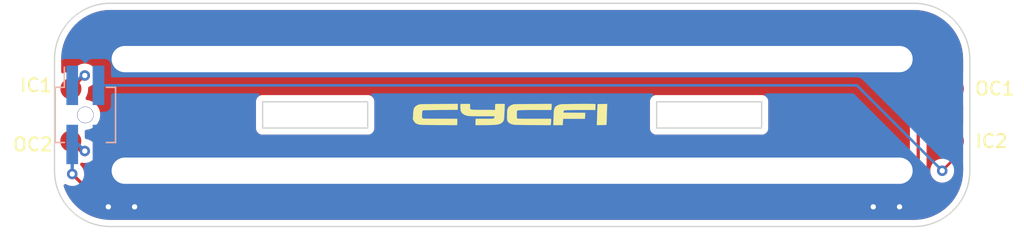
<source format=kicad_pcb>
(kicad_pcb (version 20211014) (generator pcbnew)
  (layers (0 "F.Cu" signal) (31 "B.Cu" signal) (34 "B.Paste" user) (35 "F.Paste" user) (36 "B.SilkS" user "B.Silkscreen") (37 "F.SilkS" user "F.Silkscreen") (38 "B.Mask" user) (39 "F.Mask" user) (44 "Edge.Cuts" user))
  (net 0 "")
  (net 1 "GND")
  (net 2 "middle_coil")
  (net 3 "/out-")
  (net 4 "/out+")
  (footprint "cycfi_library:single-pad-1.6x1.6_circular" (layer "F.Cu") (at 91.4 52.76)
    (fp_text reference "IC1" (at -2.65 -0.26) (layer "F.SilkS"))
    (fp_text value "single_pad")
    (pad "1" smd circle (at 0 0) (size 1.6 1.6) (layers "F.Cu" "F.Paste" "F.Mask") (net 4 "/out+"))
  )
  (footprint "cycfi_library:single-pad-1.6x1.6_circular" (layer "F.Cu") (at 158.6 52.76)
    (fp_text reference "OC1" (at 3.15 -0.01) (layer "F.SilkS"))
    (fp_text value "single_pad")
    (pad "1" smd circle (at 0 0) (size 1.6 1.6) (layers "F.Cu" "F.Paste" "F.Mask") (net 2 "middle_coil"))
  )
  (footprint "cycfi_library:cycfi-logo-15mm" (layer "F.Cu") (at 124.75 54.75)
    (fp_text reference "G***" hide)
    (fp_text value "LOGO" hide)
    (fp_poly (pts (xy -3.899297 -0.386953) (xy -5.199062 -0.377031) (xy -5.474006 -0.374756) (xy -5.711556 -0.372387) (xy -5.914006 -0.369862) (xy -6.083651 -0.367124) (xy -6.222785 -0.364111) (xy -6.333702 -0.360765) (xy -6.418696 -0.357025) (xy -6.48006 -0.352832) (xy -6.52009 -0.348127) (xy -6.541078 -0.342848) (xy -6.542623 -0.342064) (xy -6.568902 -0.319795) (xy -6.587965 -0.283686) (xy -6.601 -0.227823) (xy -6.609196 -0.146292) (xy -6.61374 -0.033178) (xy -6.614715 0.016661) (xy -6.615141 0.111599) (xy -6.612047 0.175319) (xy -6.604283 0.216223) (xy -6.590698 0.24271) (xy -6.582463 0.252079) (xy -6.573561 0.259185) (xy -6.560089 0.265307) (xy -6.539159 0.270534) (xy -6.507887 0.274953) (xy -6.463387 0.278652) (xy -6.402774 0.281721) (xy -6.323162 0.284246) (xy -6.221664 0.286315) (xy -6.095397 0.288018) (xy -5.941473 0.289441) (xy -5.757007 0.290674) (xy -5.539114 0.291803) (xy -5.284908 0.292918) (xy -5.238049 0.293111) (xy -3.929062 0.298488) (xy -3.929333 0.491549) (xy -3.930653 0.580089) (xy -3.933967 0.657659) (xy -3.938693 0.712908) (xy -3.94157 0.729258) (xy -3.953535 0.773906) (xy -5.246025 0.771267) (xy -5.473906 0.770552) (xy -5.693844 0.769383) (xy -5.90199 0.767811) (xy -6.094496 0.765887) (xy -6.267515 0.763662) (xy -6.417198 0.761187) (xy -6.539697 0.758513) (xy -6.631164 0.755692) (xy -6.687752 0.752773) (xy -6.695978 0.752037) (xy -6.859542 0.726827) (xy -6.990379 0.687492) (xy -7.093859 0.631035) (xy -7.175349 0.554459) (xy -7.240219 0.454768) (xy -7.244869 0.445669) (xy -7.307959 0.320117) (xy -7.295069 0.075723) (xy -7.285359 -0.089315) (xy -7.275019 -0.220374) (xy -7.263136 -0.323162) (xy -7.248793 -0.403388) (xy -7.231075 -0.46676) (xy -7.209066 -0.518985) (xy -7.195776 -0.543369) (xy -7.130345 -0.629968) (xy -7.042823 -0.699435) (xy -6.926072 -0.756868) (xy -6.865937 -0.778851) (xy -6.84059 -0.787177) (xy -6.815353 -0.794385) (xy -6.787271 -0.80057) (xy -6.753391 -0.805828) (xy -6.710759 -0.810254) (xy -6.656422 -0.813944) (xy -6.587424 -0.816993) (xy -6.500813 -0.819497) (xy -6.393634 -0.82155) (xy -6.262933 -0.823248) (xy -6.105757 -0.824687) (xy -5.919151 -0.825962) (xy -5.700162 -0.827168) (xy -5.445836 -0.828401) (xy -5.312504 -0.829021) (xy -3.888055 -0.835603) (xy -3.899297 -0.386953)) (layer "F.SilkS") (width 0.01) (fill solid))
    (fp_poly (pts (xy 5.988229 -0.834816) (xy 6.149637 -0.834371) (xy 6.291955 -0.83351) (xy 6.411136 -0.832215) (xy 6.503131 -0.830463) (xy 6.56389 -0.828235) (xy 6.589365 -0.82551) (xy 6.589779 -0.825249) (xy 6.592575 -0.803308) (xy 6.593835 -0.750078) (xy 6.593483 -0.673928) (xy 6.591848 -0.597046) (xy 6.585649 -0.377031) (xy 5.49052 -0.375848) (xy 5.229234 -0.375348) (xy 5.004862 -0.37438) (xy 4.814633 -0.372839) (xy 4.655774 -0.370617) (xy 4.525514 -0.367607) (xy 4.421081 -0.363702) (xy 4.339703 -0.358794) (xy 4.278609 -0.352776) (xy 4.235027 -0.345541) (xy 4.206185 -0.336982) (xy 4.189311 -0.326991) (xy 4.187733 -0.32546) (xy 4.174327 -0.294908) (xy 4.164535 -0.244185) (xy 4.163899 -0.238125) (xy 4.157266 -0.168672) (xy 4.985742 -0.163493) (xy 5.814219 -0.158315) (xy 5.8141 -0.09404) (xy 5.812494 -0.043514) (xy 5.808351 0.031865) (xy 5.8025 0.117406) (xy 5.801237 0.133945) (xy 5.788493 0.297656) (xy 4.131886 0.297656) (xy 4.117578 0.535781) (xy 4.103271 0.773906) (xy 3.387654 0.773906) (xy 3.401756 0.253008) (xy 3.407957 0.056234) (xy 3.415363 -0.105383) (xy 3.424709 -0.23637) (xy 3.436731 -0.341253) (xy 3.452165 -0.424561) (xy 3.471746 -0.490821) (xy 3.496211 -0.544559) (xy 3.526293 -0.590303) (xy 3.541913 -0.609549) (xy 3.631888 -0.687259) (xy 3.753467 -0.750049) (xy 3.900476 -0.795159) (xy 3.994991 -0.812138) (xy 4.036122 -0.815228) (xy 4.110798 -0.818168) (xy 4.21497 -0.820939) (xy 4.344589 -0.82352) (xy 4.495606 -0.82589) (xy 4.663972 -0.828029) (xy 4.845639 -0.829917) (xy 5.036558 -0.831532) (xy 5.232681 -0.832856) (xy 5.429958 -0.833866) (xy 5.624341 -0.834543) (xy 5.811781 -0.834866) (xy 5.988229 -0.834816)) (layer "F.SilkS") (width 0.01) (fill solid))
    (fp_poly (pts (xy 3.254375 -0.668218) (xy 3.252899 -0.582003) (xy 3.248988 -0.503629) (xy 3.243413 -0.447371) (xy 3.241973 -0.439043) (xy 3.22957 -0.377031) (xy 2.016621 -0.376558) (xy 1.75028 -0.376283) (xy 1.520793 -0.375601) (xy 1.325327 -0.374393) (xy 1.161052 -0.372541) (xy 1.025134 -0.369924) (xy 0.914742 -0.366423) (xy 0.827043 -0.36192) (xy 0.759204 -0.356295) (xy 0.708395 -0.349429) (xy 0.671781 -0.341203) (xy 0.646532 -0.331498) (xy 0.629815 -0.320193) (xy 0.627613 -0.318099) (xy 0.617342 -0.286989) (xy 0.6101 -0.218599) (xy 0.606061 -0.11523) (xy 0.605234 -0.02452) (xy 0.605449 0.083883) (xy 0.606848 0.159378) (xy 0.610567 0.208743) (xy 0.617739 0.238757) (xy 0.629501 0.256199) (xy 0.646985 0.267847) (xy 0.654844 0.271899) (xy 0.674009 0.277277) (xy 0.71039 0.281897) (xy 0.766441 0.285808) (xy 0.844618 0.289057) (xy 0.947375 0.291694) (xy 1.077167 0.293764) (xy 1.236448 0.295317) (xy 1.427674 0.2964) (xy 1.653299 0.297062) (xy 1.915778 0.29735) (xy 1.95957 0.297364) (xy 3.214688 0.297656) (xy 3.214515 0.431602) (xy 3.212392 0.521389) (xy 3.207089 0.61367) (xy 3.201829 0.669727) (xy 3.189316 0.773906) (xy 1.887353 0.771332) (xy 1.658983 0.770624) (xy 1.438818 0.769447) (xy 1.230654 0.767855) (xy 1.038289 0.765899) (xy 0.865519 0.76363) (xy 0.716141 0.7611) (xy 0.593954 0.758361) (xy 0.502753 0.755465) (xy 0.446335 0.752463) (xy 0.436985 0.751575) (xy 0.260467 0.720331) (xy 0.117926 0.670915) (xy 0.007588 0.602383) (xy -0.072323 0.513794) (xy -0.098914 0.466958) (xy -0.114402 0.432968) (xy -0.125647 0.400064) (xy -0.133154 0.361656) (xy -0.137435 0.311152) (xy -0.138996 0.241962) (xy -0.138347 0.147495) (xy -0.135996 0.021161) (xy -0.135418 -0.006114) (xy -0.132285 -0.139632) (xy -0.128833 -0.240394) (xy -0.12422 -0.31533) (xy -0.1176 -0.371368) (xy -0.10813 -0.415437) (xy -0.094965 -0.454466) (xy -0.077262 -0.495382) (xy -0.075286 -0.499679) (xy -0.014643 -0.598975) (xy 0.068976 -0.678188) (xy 0.181572 -0.742084) (xy 0.276123 -0.778668) (xy 0.301728 -0.787077) (xy 0.327046 -0.794356) (xy 0.355034 -0.800599) (xy 0.38865 -0.805904) (xy 0.43085 -0.810365) (xy 0.484592 -0.81408) (xy 0.552832 -0.817142) (xy 0.638527 -0.819649) (xy 0.744634 -0.821695) (xy 0.874111 -0.823378) (xy 1.029914 -0.824792) (xy 1.215 -0.826034) (xy 1.432327 -0.827199) (xy 1.68485 -0.828383) (xy 1.830586 -0.829036) (xy 3.254375 -0.83538) (xy 3.254375 -0.668218)) (layer "F.SilkS") (width 0.01) (fill solid))
    (fp_poly (pts (xy -2.956719 -0.647997) (xy -2.957738 -0.58909) (xy -2.958659 -0.539739) (xy -2.956279 -0.499084) (xy -2.947393 -0.466267) (xy -2.928797 -0.44043) (xy -2.897288 -0.420712) (xy -2.849661 -0.406254) (xy -2.782713 -0.396199) (xy -2.69324 -0.389686) (xy -2.578037 -0.385856) (xy -2.433901 -0.383851) (xy -2.257629 -0.382812) (xy -2.046015 -0.381879) (xy -1.962464 -0.381415) (xy -1.051719 -0.375878) (xy -1.051719 -0.542646) (xy -1.05024 -0.628784) (xy -1.046319 -0.707089) (xy -1.040733 -0.763256) (xy -1.039316 -0.771426) (xy -1.026914 -0.833437) (xy -0.3175 -0.833437) (xy -0.318076 -0.729258) (xy -0.31904 -0.679008) (xy -0.321419 -0.596452) (xy -0.324964 -0.488937) (xy -0.32943 -0.363811) (xy -0.334569 -0.22842) (xy -0.336932 -0.168672) (xy -0.344767 0.007063) (xy -0.353438 0.148228) (xy -0.364092 0.259938) (xy -0.377878 0.347308) (xy -0.395943 0.415455) (xy -0.419434 0.469494) (xy -0.449499 0.514542) (xy -0.487286 0.555713) (xy -0.502691 0.570285) (xy -0.556496 0.615065) (xy -0.61531 0.652978) (xy -0.682722 0.684562) (xy -0.762324 0.710353) (xy -0.857707 0.730889) (xy -0.97246 0.746707) (xy -1.110175 0.758342) (xy -1.274444 0.766333) (xy -1.468855 0.771216) (xy -1.697001 0.773528) (xy -1.86453 0.773906) (xy -2.54 0.773906) (xy -2.539729 0.58043) (xy -2.538413 0.491804) (xy -2.535105 0.414152) (xy -2.530387 0.358804) (xy -2.527493 0.342305) (xy -2.515527 0.297656) (xy -1.858037 0.297364) (xy -1.665543 0.297124) (xy -1.508964 0.296186) (xy -1.38453 0.293933) (xy -1.288468 0.289753) (xy -1.217007 0.283032) (xy -1.166375 0.273155) (xy -1.132802 0.259508) (xy -1.112514 0.241479) (xy -1.101741 0.218451) (xy -1.096711 0.189813) (xy -1.095169 0.173177) (xy -1.089011 0.099219) (xy -2.011507 0.099219) (xy -2.224992 0.098748) (xy -2.424635 0.097388) (xy -2.606374 0.095217) (xy -2.766152 0.092316) (xy -2.899907 0.088763) (xy -3.003582 0.084637) (xy -3.073115 0.080017) (xy -3.089228 0.078219) (xy -3.259652 0.040939) (xy -3.406875 -0.020472) (xy -3.527112 -0.103736) (xy -3.616575 -0.206575) (xy -3.644441 -0.255834) (xy -3.660443 -0.308571) (xy -3.674065 -0.38923) (xy -3.684451 -0.486075) (xy -3.690747 -0.587371) (xy -3.692098 -0.68138) (xy -3.687648 -0.756367) (xy -3.682875 -0.783483) (xy -3.670338 -0.833437) (xy -2.956719 -0.833437) (xy -2.956719 -0.647997)) (layer "F.SilkS") (width 0.01) (fill solid))
    (fp_poly (pts (xy 7.471225 -0.352684) (xy 7.466241 -0.194173) (xy 7.460755 -0.026692) (xy 7.455154 0.13842) (xy 7.449823 0.289823) (xy 7.445151 0.416179) (xy 7.443975 0.446484) (xy 7.431484 0.763984) (xy 6.701954 0.774822) (xy 6.71704 0.273309) (xy 6.721963 0.114541) (xy 6.727347 -0.050789) (xy 6.732836 -0.212277) (xy 6.738072 -0.359518) (xy 6.742698 -0.482105) (xy 6.744462 -0.525859) (xy 6.756797 -0.823516) (xy 7.12139 -0.828934) (xy 7.485984 -0.834351) (xy 7.471225 -0.352684)) (layer "F.SilkS") (width 0.01) (fill solid))
  )
  (footprint "cycfi_library:single-pad-1.6x1.6_circular" (layer "F.Cu") (at 91.39 56.74)
    (fp_text reference "OC2" (at -2.89 0.26) (layer "F.SilkS"))
    (fp_text value "single_pad")
    (pad "1" smd circle (at 0 0) (size 1.6 1.6) (layers "F.Cu" "F.Paste" "F.Mask") (net 2 "middle_coil"))
  )
  (footprint "cycfi_library:single-pad-1.6x1.6_circular" (layer "F.Cu") (at 158.6 56.74)
    (fp_text reference "IC2" (at 2.9 0.01) (layer "F.SilkS"))
    (fp_text value "single_pad")
    (pad "1" smd circle (at 0 0) (size 1.6 1.6) (layers "F.Cu" "F.Paste" "F.Mask") (net 3 "/out-"))
  )
  (footprint "xr_spectra_library:rail_slot_3.3" (layer "F.Cu") (at 125 50.5 180)
    (fp_text reference "H6" hide)
    (fp_text value "single_pad")
    (pad "1" thru_hole oval (at 0 0 180) (size 61.2 2.2) (drill oval 61 2) (layers *.Cu *.Mask) (net 1 "GND"))
  )
  (footprint "xr_spectra_library:rail_slot_3.3" (layer "F.Cu") (at 125 59 180)
    (fp_text reference "H5" hide)
    (fp_text value "single_pad")
    (pad "1" thru_hole oval (at 0 0 180) (size 61.2 2.2) (drill oval 61 2) (layers *.Cu *.Mask) (net 1 "GND"))
  )
  (footprint "cycfi_library:pin_header_2x2p_2.00mm_smd_vertical" (layer "B.Cu") (at 92.5 54.75 -90)
    (fp_text reference "J1" hide)
    (fp_text value "conn_2x2")
    (fp_line (start -2.1 -2.3) (end -2.1 -1.6) (layer "B.SilkS") (width 0.12))
    (fp_line (start 2.1 2.3) (end 2.1 1.6) (layer "B.SilkS") (width 0.12))
    (fp_line (start -3.64 1.6) (end -2.1 1.6) (layer "B.SilkS") (width 0.12))
    (fp_line (start 2.1 -1.6) (end 2.1 -2.3) (layer "B.SilkS") (width 0.12))
    (fp_line (start -2.1 -2.3) (end 2.1 -2.3) (layer "B.SilkS") (width 0.12))
    (fp_line (start -2.1 2.3) (end 2.1 2.3) (layer "B.SilkS") (width 0.12))
    (fp_line (start -2.1 2.3) (end -2.1 1.6) (layer "B.SilkS") (width 0.12))
    (pad "" np_thru_hole circle (at 0 0 270) (size 1.25 1.25) (drill 1.2) (layers F&B.Cu *.Mask))
    (pad "1" smd rect (at 2.25 1 270) (size 3 0.89) (layers "B.Cu" "B.Paste" "B.Mask") (net 2 "middle_coil"))
    (pad "2" smd rect (at 2.25 -1 270) (size 3 0.89) (layers "B.Cu" "B.Paste" "B.Mask") (net 1 "GND"))
    (pad "3" smd rect (at -2.25 -1 270) (size 3 0.89) (layers "B.Cu" "B.Paste" "B.Mask") (net 3 "/out-"))
    (pad "4" smd rect (at -2.25 1 270) (size 3 0.89) (layers "B.Cu" "B.Paste" "B.Mask") (net 4 "/out+"))
  )
  (gr_line (start 106 53.75) (end 106 55.75) (layer "Edge.Cuts") (width 0.1))
  (gr_line (start 136 53.75) (end 136 55.75) (layer "Edge.Cuts") (width 0.1))
  (gr_line (start 114 55.75) (end 114 53.75) (layer "Edge.Cuts") (width 0.1))
  (gr_line (start 114 53.75) (end 106 53.75) (layer "Edge.Cuts") (width 0.1))
  (gr_line (start 144 55.75) (end 144 53.75) (layer "Edge.Cuts") (width 0.1))
  (gr_arc (start 155.6 46.25) (mid 158.605204 47.494796) (end 159.85 50.5) (layer "Edge.Cuts") (width 0.1))
  (gr_arc (start 90.15 50.5) (mid 91.394796 47.494796) (end 94.4 46.25) (layer "Edge.Cuts") (width 0.1))
  (gr_line (start 106 55.75) (end 114 55.75) (layer "Edge.Cuts") (width 0.1))
  (gr_arc (start 159.85 59) (mid 158.605204 62.005204) (end 155.6 63.25) (layer "Edge.Cuts") (width 0.1))
  (gr_line (start 155.6 46.25) (end 94.4 46.25) (layer "Edge.Cuts") (width 0.1))
  (gr_line (start 90.15 50.5) (end 90.15 59) (layer "Edge.Cuts") (width 0.1))
  (gr_line (start 94.4 63.25) (end 155.6 63.25) (layer "Edge.Cuts") (width 0.1))
  (gr_line (start 159.85 59) (end 159.85 50.5) (layer "Edge.Cuts") (width 0.1))
  (gr_line (start 136 55.75) (end 144 55.75) (layer "Edge.Cuts") (width 0.1))
  (gr_arc (start 94.4 63.25) (mid 91.394796 62.005204) (end 90.15 59) (layer "Edge.Cuts") (width 0.1))
  (gr_line (start 144 53.75) (end 136 53.75) (layer "Edge.Cuts") (width 0.1))
  (via (at 96.25 61.75) (size 0.8) (drill 0.4) (layers "F.Cu" "B.Cu") (net 1))
  (via (at 94.25 61.75) (size 0.8) (drill 0.4) (layers "F.Cu" "B.Cu") (net 1))
  (via (at 152.5 61.75) (size 0.8) (drill 0.4) (layers "F.Cu" "B.Cu") (net 1))
  (via (at 154.5 61.75) (size 0.8) (drill 0.4) (layers "F.Cu" "B.Cu") (net 1))
  (segment (start 155.92452 60.82548) (end 93.32548 60.82548) (width 0.25) (layer "F.Cu") (net 2))
  (segment (start 92.15 57.5) (end 91.39 56.74) (width 0.25) (layer "F.Cu") (net 2))
  (segment (start 158.6 52.76) (end 155.92452 55.43548) (width 0.25) (layer "F.Cu") (net 2))
  (segment (start 155.92452 55.43548) (end 155.92452 60.82548) (width 0.25) (layer "F.Cu") (net 2))
  (segment (start 93.32548 60.82548) (end 93.07548 60.82548) (width 0.25) (layer "F.Cu") (net 2))
  (segment (start 92.455498 57.5) (end 92.15 57.5) (width 0.25) (layer "F.Cu") (net 2))
  (segment (start 93.07548 60.82548) (end 91.5 59.25) (width 0.25) (layer "F.Cu") (net 2))
  (via (at 91.5 59.25) (size 0.8) (drill 0.4) (layers "F.Cu" "B.Cu") (net 2))
  (via (at 92.455498 57.5) (size 0.8) (drill 0.4) (layers "F.Cu" "B.Cu") (net 2))
  (segment (start 91.5 57) (end 91.955498 57) (width 0.25) (layer "B.Cu") (net 2))
  (segment (start 91.5 59.25) (end 91.5 57) (width 0.25) (layer "B.Cu") (net 2))
  (segment (start 91.955498 57) (end 92.455498 57.5) (width 0.25) (layer "B.Cu") (net 2))
  (segment (start 158.6 58.15) (end 157.75 59) (width 0.2) (layer "F.Cu") (net 3))
  (segment (start 158.6 56.74) (end 158.6 58.15) (width 0.2) (layer "F.Cu") (net 3))
  (via (at 157.75 59) (size 0.8) (drill 0.4) (layers "F.Cu" "B.Cu") (net 3))
  (segment (start 151.25 52.5) (end 93.5 52.5) (width 0.2) (layer "B.Cu") (net 3))
  (segment (start 157.75 59) (end 151.25 52.5) (width 0.2) (layer "B.Cu") (net 3))
  (segment (start 91.4 52.76) (end 91.445498 52.76) (width 0.2) (layer "F.Cu") (net 4))
  (segment (start 91.445498 52.76) (end 92.455498 51.75) (width 0.2) (layer "F.Cu") (net 4))
  (via (at 92.455498 51.75) (size 0.8) (drill 0.4) (layers "F.Cu" "B.Cu") (net 4))
  (segment (start 92.25 51.75) (end 91.5 52.5) (width 0.2) (layer "B.Cu") (net 4))
  (segment (start 92.455498 51.75) (end 92.25 51.75) (width 0.2) (layer "B.Cu") (net 4))
  (zone (net 1) (net_name "GND") (layer "F.Cu") (connect_pads yes (clearance 0.508)) (min_thickness 0.254) (fill yes (thermal_gap 0.508) (thermal_bridge_width 0.508))
    (polygon (pts (xy 86 46) (xy 164 46) (xy 164 64) (xy 86 64)))
  )
  (zone (net 1) (net_name "GND") (layer "B.Cu") (connect_pads yes (clearance 0.508)) (min_thickness 0.254) (fill yes (thermal_gap 0.508) (thermal_bridge_width 0.508))
    (polygon (pts (xy 86 46) (xy 164 46) (xy 164 64) (xy 86 64)))
  )
)
</source>
